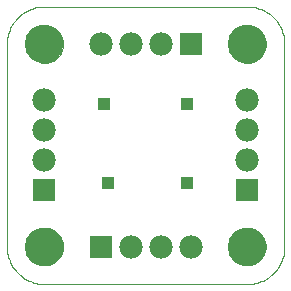
<source format=gbs>
G75*
G70*
%OFA0B0*%
%FSLAX24Y24*%
%IPPOS*%
%LPD*%
%AMOC8*
5,1,8,0,0,1.08239X$1,22.5*
%
%ADD10C,0.0000*%
%ADD11C,0.1290*%
%ADD12R,0.0780X0.0780*%
%ADD13C,0.0780*%
%ADD14R,0.0396X0.0396*%
D10*
X000680Y001930D02*
X000680Y008680D01*
X000682Y008748D01*
X000687Y008815D01*
X000696Y008882D01*
X000709Y008949D01*
X000726Y009014D01*
X000745Y009079D01*
X000769Y009143D01*
X000796Y009205D01*
X000826Y009266D01*
X000859Y009324D01*
X000895Y009381D01*
X000935Y009436D01*
X000977Y009489D01*
X001023Y009540D01*
X001070Y009587D01*
X001121Y009633D01*
X001174Y009675D01*
X001229Y009715D01*
X001286Y009751D01*
X001344Y009784D01*
X001405Y009814D01*
X001467Y009841D01*
X001531Y009865D01*
X001596Y009884D01*
X001661Y009901D01*
X001728Y009914D01*
X001795Y009923D01*
X001862Y009928D01*
X001930Y009930D01*
X008680Y009930D01*
X008748Y009928D01*
X008815Y009923D01*
X008882Y009914D01*
X008949Y009901D01*
X009014Y009884D01*
X009079Y009865D01*
X009143Y009841D01*
X009205Y009814D01*
X009266Y009784D01*
X009324Y009751D01*
X009381Y009715D01*
X009436Y009675D01*
X009489Y009633D01*
X009540Y009587D01*
X009587Y009540D01*
X009633Y009489D01*
X009675Y009436D01*
X009715Y009381D01*
X009751Y009324D01*
X009784Y009266D01*
X009814Y009205D01*
X009841Y009143D01*
X009865Y009079D01*
X009884Y009014D01*
X009901Y008949D01*
X009914Y008882D01*
X009923Y008815D01*
X009928Y008748D01*
X009930Y008680D01*
X009930Y001930D01*
X009928Y001862D01*
X009923Y001795D01*
X009914Y001728D01*
X009901Y001661D01*
X009884Y001596D01*
X009865Y001531D01*
X009841Y001467D01*
X009814Y001405D01*
X009784Y001344D01*
X009751Y001286D01*
X009715Y001229D01*
X009675Y001174D01*
X009633Y001121D01*
X009587Y001070D01*
X009540Y001023D01*
X009489Y000977D01*
X009436Y000935D01*
X009381Y000895D01*
X009324Y000859D01*
X009266Y000826D01*
X009205Y000796D01*
X009143Y000769D01*
X009079Y000745D01*
X009014Y000726D01*
X008949Y000709D01*
X008882Y000696D01*
X008815Y000687D01*
X008748Y000682D01*
X008680Y000680D01*
X001930Y000680D01*
X001862Y000682D01*
X001795Y000687D01*
X001728Y000696D01*
X001661Y000709D01*
X001596Y000726D01*
X001531Y000745D01*
X001467Y000769D01*
X001405Y000796D01*
X001344Y000826D01*
X001286Y000859D01*
X001229Y000895D01*
X001174Y000935D01*
X001121Y000977D01*
X001070Y001023D01*
X001023Y001070D01*
X000977Y001121D01*
X000935Y001174D01*
X000895Y001229D01*
X000859Y001286D01*
X000826Y001344D01*
X000796Y001405D01*
X000769Y001467D01*
X000745Y001531D01*
X000726Y001596D01*
X000709Y001661D01*
X000696Y001728D01*
X000687Y001795D01*
X000682Y001862D01*
X000680Y001930D01*
X001305Y001930D02*
X001307Y001980D01*
X001313Y002029D01*
X001323Y002078D01*
X001336Y002125D01*
X001354Y002172D01*
X001375Y002217D01*
X001399Y002260D01*
X001427Y002301D01*
X001458Y002340D01*
X001492Y002376D01*
X001529Y002410D01*
X001569Y002440D01*
X001610Y002467D01*
X001654Y002491D01*
X001699Y002511D01*
X001746Y002527D01*
X001794Y002540D01*
X001843Y002549D01*
X001893Y002554D01*
X001942Y002555D01*
X001992Y002552D01*
X002041Y002545D01*
X002090Y002534D01*
X002137Y002520D01*
X002183Y002501D01*
X002228Y002479D01*
X002271Y002454D01*
X002311Y002425D01*
X002349Y002393D01*
X002385Y002359D01*
X002418Y002321D01*
X002447Y002281D01*
X002473Y002239D01*
X002496Y002195D01*
X002515Y002149D01*
X002531Y002102D01*
X002543Y002053D01*
X002551Y002004D01*
X002555Y001955D01*
X002555Y001905D01*
X002551Y001856D01*
X002543Y001807D01*
X002531Y001758D01*
X002515Y001711D01*
X002496Y001665D01*
X002473Y001621D01*
X002447Y001579D01*
X002418Y001539D01*
X002385Y001501D01*
X002349Y001467D01*
X002311Y001435D01*
X002271Y001406D01*
X002228Y001381D01*
X002183Y001359D01*
X002137Y001340D01*
X002090Y001326D01*
X002041Y001315D01*
X001992Y001308D01*
X001942Y001305D01*
X001893Y001306D01*
X001843Y001311D01*
X001794Y001320D01*
X001746Y001333D01*
X001699Y001349D01*
X001654Y001369D01*
X001610Y001393D01*
X001569Y001420D01*
X001529Y001450D01*
X001492Y001484D01*
X001458Y001520D01*
X001427Y001559D01*
X001399Y001600D01*
X001375Y001643D01*
X001354Y001688D01*
X001336Y001735D01*
X001323Y001782D01*
X001313Y001831D01*
X001307Y001880D01*
X001305Y001930D01*
X001305Y008680D02*
X001307Y008730D01*
X001313Y008779D01*
X001323Y008828D01*
X001336Y008875D01*
X001354Y008922D01*
X001375Y008967D01*
X001399Y009010D01*
X001427Y009051D01*
X001458Y009090D01*
X001492Y009126D01*
X001529Y009160D01*
X001569Y009190D01*
X001610Y009217D01*
X001654Y009241D01*
X001699Y009261D01*
X001746Y009277D01*
X001794Y009290D01*
X001843Y009299D01*
X001893Y009304D01*
X001942Y009305D01*
X001992Y009302D01*
X002041Y009295D01*
X002090Y009284D01*
X002137Y009270D01*
X002183Y009251D01*
X002228Y009229D01*
X002271Y009204D01*
X002311Y009175D01*
X002349Y009143D01*
X002385Y009109D01*
X002418Y009071D01*
X002447Y009031D01*
X002473Y008989D01*
X002496Y008945D01*
X002515Y008899D01*
X002531Y008852D01*
X002543Y008803D01*
X002551Y008754D01*
X002555Y008705D01*
X002555Y008655D01*
X002551Y008606D01*
X002543Y008557D01*
X002531Y008508D01*
X002515Y008461D01*
X002496Y008415D01*
X002473Y008371D01*
X002447Y008329D01*
X002418Y008289D01*
X002385Y008251D01*
X002349Y008217D01*
X002311Y008185D01*
X002271Y008156D01*
X002228Y008131D01*
X002183Y008109D01*
X002137Y008090D01*
X002090Y008076D01*
X002041Y008065D01*
X001992Y008058D01*
X001942Y008055D01*
X001893Y008056D01*
X001843Y008061D01*
X001794Y008070D01*
X001746Y008083D01*
X001699Y008099D01*
X001654Y008119D01*
X001610Y008143D01*
X001569Y008170D01*
X001529Y008200D01*
X001492Y008234D01*
X001458Y008270D01*
X001427Y008309D01*
X001399Y008350D01*
X001375Y008393D01*
X001354Y008438D01*
X001336Y008485D01*
X001323Y008532D01*
X001313Y008581D01*
X001307Y008630D01*
X001305Y008680D01*
X008055Y008680D02*
X008057Y008730D01*
X008063Y008779D01*
X008073Y008828D01*
X008086Y008875D01*
X008104Y008922D01*
X008125Y008967D01*
X008149Y009010D01*
X008177Y009051D01*
X008208Y009090D01*
X008242Y009126D01*
X008279Y009160D01*
X008319Y009190D01*
X008360Y009217D01*
X008404Y009241D01*
X008449Y009261D01*
X008496Y009277D01*
X008544Y009290D01*
X008593Y009299D01*
X008643Y009304D01*
X008692Y009305D01*
X008742Y009302D01*
X008791Y009295D01*
X008840Y009284D01*
X008887Y009270D01*
X008933Y009251D01*
X008978Y009229D01*
X009021Y009204D01*
X009061Y009175D01*
X009099Y009143D01*
X009135Y009109D01*
X009168Y009071D01*
X009197Y009031D01*
X009223Y008989D01*
X009246Y008945D01*
X009265Y008899D01*
X009281Y008852D01*
X009293Y008803D01*
X009301Y008754D01*
X009305Y008705D01*
X009305Y008655D01*
X009301Y008606D01*
X009293Y008557D01*
X009281Y008508D01*
X009265Y008461D01*
X009246Y008415D01*
X009223Y008371D01*
X009197Y008329D01*
X009168Y008289D01*
X009135Y008251D01*
X009099Y008217D01*
X009061Y008185D01*
X009021Y008156D01*
X008978Y008131D01*
X008933Y008109D01*
X008887Y008090D01*
X008840Y008076D01*
X008791Y008065D01*
X008742Y008058D01*
X008692Y008055D01*
X008643Y008056D01*
X008593Y008061D01*
X008544Y008070D01*
X008496Y008083D01*
X008449Y008099D01*
X008404Y008119D01*
X008360Y008143D01*
X008319Y008170D01*
X008279Y008200D01*
X008242Y008234D01*
X008208Y008270D01*
X008177Y008309D01*
X008149Y008350D01*
X008125Y008393D01*
X008104Y008438D01*
X008086Y008485D01*
X008073Y008532D01*
X008063Y008581D01*
X008057Y008630D01*
X008055Y008680D01*
X008055Y001930D02*
X008057Y001980D01*
X008063Y002029D01*
X008073Y002078D01*
X008086Y002125D01*
X008104Y002172D01*
X008125Y002217D01*
X008149Y002260D01*
X008177Y002301D01*
X008208Y002340D01*
X008242Y002376D01*
X008279Y002410D01*
X008319Y002440D01*
X008360Y002467D01*
X008404Y002491D01*
X008449Y002511D01*
X008496Y002527D01*
X008544Y002540D01*
X008593Y002549D01*
X008643Y002554D01*
X008692Y002555D01*
X008742Y002552D01*
X008791Y002545D01*
X008840Y002534D01*
X008887Y002520D01*
X008933Y002501D01*
X008978Y002479D01*
X009021Y002454D01*
X009061Y002425D01*
X009099Y002393D01*
X009135Y002359D01*
X009168Y002321D01*
X009197Y002281D01*
X009223Y002239D01*
X009246Y002195D01*
X009265Y002149D01*
X009281Y002102D01*
X009293Y002053D01*
X009301Y002004D01*
X009305Y001955D01*
X009305Y001905D01*
X009301Y001856D01*
X009293Y001807D01*
X009281Y001758D01*
X009265Y001711D01*
X009246Y001665D01*
X009223Y001621D01*
X009197Y001579D01*
X009168Y001539D01*
X009135Y001501D01*
X009099Y001467D01*
X009061Y001435D01*
X009021Y001406D01*
X008978Y001381D01*
X008933Y001359D01*
X008887Y001340D01*
X008840Y001326D01*
X008791Y001315D01*
X008742Y001308D01*
X008692Y001305D01*
X008643Y001306D01*
X008593Y001311D01*
X008544Y001320D01*
X008496Y001333D01*
X008449Y001349D01*
X008404Y001369D01*
X008360Y001393D01*
X008319Y001420D01*
X008279Y001450D01*
X008242Y001484D01*
X008208Y001520D01*
X008177Y001559D01*
X008149Y001600D01*
X008125Y001643D01*
X008104Y001688D01*
X008086Y001735D01*
X008073Y001782D01*
X008063Y001831D01*
X008057Y001880D01*
X008055Y001930D01*
D11*
X008680Y001930D03*
X008680Y008680D03*
X001930Y008680D03*
X001930Y001930D03*
D12*
X001930Y003805D03*
X003805Y001930D03*
X008680Y003805D03*
X006805Y008680D03*
D13*
X005805Y008680D03*
X004805Y008680D03*
X003805Y008680D03*
X001930Y006805D03*
X001930Y005805D03*
X001930Y004805D03*
X004805Y001930D03*
X005805Y001930D03*
X006805Y001930D03*
X008680Y004805D03*
X008680Y005805D03*
X008680Y006805D03*
D14*
X006680Y006680D03*
X006680Y004055D03*
X004055Y004055D03*
X003930Y006680D03*
M02*

</source>
